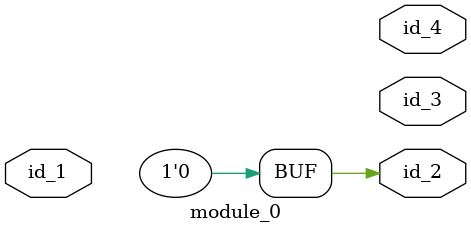
<source format=v>
module module_0 (
    id_1,
    id_2,
    id_3,
    id_4
);
  output id_4;
  output id_3;
  output id_2;
  inout id_1;
  assign id_2 = 1'b0;
endmodule

</source>
